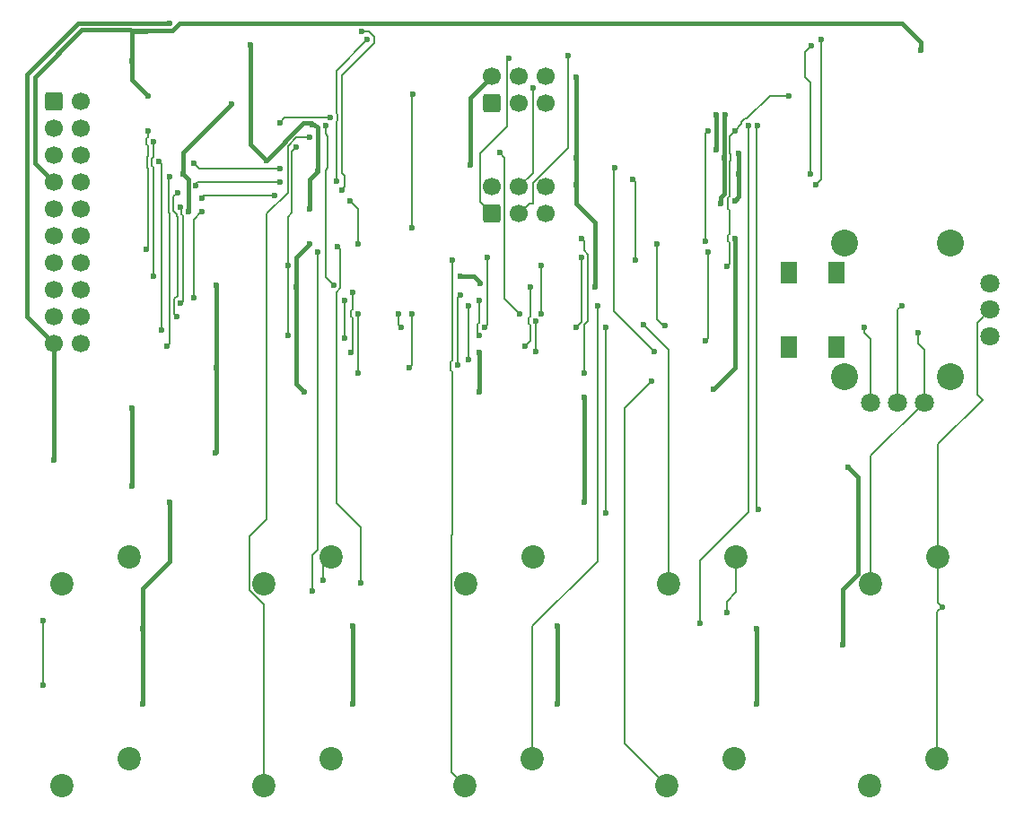
<source format=gbr>
%TF.GenerationSoftware,KiCad,Pcbnew,9.0.3*%
%TF.CreationDate,2025-08-23T18:14:46+02:00*%
%TF.ProjectId,test,74657374-2e6b-4696-9361-645f70636258,rev?*%
%TF.SameCoordinates,Original*%
%TF.FileFunction,Copper,L1,Top*%
%TF.FilePolarity,Positive*%
%FSLAX46Y46*%
G04 Gerber Fmt 4.6, Leading zero omitted, Abs format (unit mm)*
G04 Created by KiCad (PCBNEW 9.0.3) date 2025-08-23 18:14:46*
%MOMM*%
%LPD*%
G01*
G04 APERTURE LIST*
G04 Aperture macros list*
%AMRoundRect*
0 Rectangle with rounded corners*
0 $1 Rounding radius*
0 $2 $3 $4 $5 $6 $7 $8 $9 X,Y pos of 4 corners*
0 Add a 4 corners polygon primitive as box body*
4,1,4,$2,$3,$4,$5,$6,$7,$8,$9,$2,$3,0*
0 Add four circle primitives for the rounded corners*
1,1,$1+$1,$2,$3*
1,1,$1+$1,$4,$5*
1,1,$1+$1,$6,$7*
1,1,$1+$1,$8,$9*
0 Add four rect primitives between the rounded corners*
20,1,$1+$1,$2,$3,$4,$5,0*
20,1,$1+$1,$4,$5,$6,$7,0*
20,1,$1+$1,$6,$7,$8,$9,0*
20,1,$1+$1,$8,$9,$2,$3,0*%
G04 Aperture macros list end*
%TA.AperFunction,ComponentPad*%
%ADD10C,2.200000*%
%TD*%
%TA.AperFunction,ComponentPad*%
%ADD11RoundRect,0.250000X0.600000X-0.600000X0.600000X0.600000X-0.600000X0.600000X-0.600000X-0.600000X0*%
%TD*%
%TA.AperFunction,ComponentPad*%
%ADD12C,1.700000*%
%TD*%
%TA.AperFunction,ComponentPad*%
%ADD13RoundRect,0.250000X-0.600000X-0.600000X0.600000X-0.600000X0.600000X0.600000X-0.600000X0.600000X0*%
%TD*%
%TA.AperFunction,ComponentPad*%
%ADD14C,2.540000*%
%TD*%
%TA.AperFunction,ComponentPad*%
%ADD15R,1.500000X2.000000*%
%TD*%
%TA.AperFunction,ComponentPad*%
%ADD16C,1.800000*%
%TD*%
%TA.AperFunction,ViaPad*%
%ADD17C,0.600000*%
%TD*%
%TA.AperFunction,Conductor*%
%ADD18C,0.400000*%
%TD*%
%TA.AperFunction,Conductor*%
%ADD19C,0.200000*%
%TD*%
G04 APERTURE END LIST*
D10*
%TO.P,SW2,1*%
%TO.N,Row0*%
X99110800Y-153289000D03*
%TO.P,SW2,2*%
%TO.N,Col2*%
X105460800Y-150749000D03*
%TD*%
D11*
%TO.P,J2,1,MISO*%
%TO.N,Net-(J2-MISO)*%
X63495000Y-99304500D03*
D12*
%TO.P,J2,2,VCC*%
%TO.N,VCC*%
X63495000Y-96764500D03*
%TO.P,J2,3,SCK*%
%TO.N,Net-(J2-SCK)*%
X66035000Y-99304500D03*
%TO.P,J2,4,MOSI*%
%TO.N,Net-(J2-MOSI)*%
X66035000Y-96764500D03*
%TO.P,J2,5,~{RST}*%
%TO.N,Net-(J2-~{RST})*%
X68575000Y-99304500D03*
%TO.P,J2,6,GND*%
%TO.N,GND*%
X68575000Y-96764500D03*
%TD*%
D11*
%TO.P,J1,1,MISO*%
%TO.N,Net-(J1-MISO)*%
X63495000Y-88839700D03*
D12*
%TO.P,J1,2,VCC*%
%TO.N,VCC*%
X63495000Y-86299700D03*
%TO.P,J1,3,SCK*%
%TO.N,Net-(J1-SCK)*%
X66035000Y-88839700D03*
%TO.P,J1,4,MOSI*%
%TO.N,Net-(J1-MOSI)*%
X66035000Y-86299700D03*
%TO.P,J1,5,~{RST}*%
%TO.N,Net-(J1-~{RST})*%
X68575000Y-88839700D03*
%TO.P,J1,6,GND*%
%TO.N,GND*%
X68575000Y-86299700D03*
%TD*%
%TO.P,J6,11,/IRQ*%
%TO.N,unconnected-(J6-{slash}IRQ-Pad11)*%
X24638000Y-88646000D03*
%TO.P,J6,12,/RES*%
%TO.N,unconnected-(J6-{slash}RES-Pad12)*%
X24638000Y-91186000D03*
%TO.P,J6,13,C8*%
%TO.N,C8*%
X24638000Y-93726000D03*
%TO.P,J6,14,C7*%
%TO.N,C7*%
X24638000Y-96266000D03*
%TO.P,J6,15,C6*%
%TO.N,C6*%
X24638000Y-98806000D03*
%TO.P,J6,16,C5*%
%TO.N,C5*%
X24638000Y-101346000D03*
%TO.P,J6,17,C4*%
%TO.N,C4*%
X24638000Y-103886000D03*
%TO.P,J6,18,C3*%
%TO.N,C3*%
X24638000Y-106426000D03*
%TO.P,J6,19,C2*%
%TO.N,C2*%
X24638000Y-108966000D03*
%TO.P,J6,20,C1*%
%TO.N,C1*%
X24638000Y-111506000D03*
%TO.P,J6,21,GND*%
%TO.N,GND*%
X22098000Y-111506000D03*
%TO.P,J6,22,S0*%
%TO.N,S0*%
X22098000Y-108966000D03*
%TO.P,J6,23,S1*%
%TO.N,S1*%
X22098000Y-106426000D03*
%TO.P,J6,24,S2*%
%TO.N,S2*%
X22098000Y-103886000D03*
%TO.P,J6,25,S3*%
%TO.N,S3*%
X22098000Y-101346000D03*
%TO.P,J6,26,VCC5*%
%TO.N,VCC*%
X22098000Y-98806000D03*
%TO.P,J6,27,VCC33*%
%TO.N,V33*%
X22098000Y-96266000D03*
%TO.P,J6,28,SCL*%
%TO.N,Net-(J6-SCL)*%
X22098000Y-93726000D03*
%TO.P,J6,29,SCA*%
%TO.N,Net-(J6-SCA)*%
X22098000Y-91186000D03*
D13*
%TO.P,J6,30,RESTORE*%
%TO.N,unconnected-(J6-RESTORE-Pad30)*%
X22098000Y-88646000D03*
%TD*%
D10*
%TO.P,SW7,1,1*%
%TO.N,Col2*%
X41960800Y-134213600D03*
%TO.P,SW7,2,2*%
%TO.N,Row4*%
X48310800Y-131673600D03*
%TD*%
%TO.P,SW4,1,1*%
%TO.N,Col5*%
X41910000Y-153263600D03*
%TO.P,SW4,2,2*%
%TO.N,Row8*%
X48260000Y-150723600D03*
%TD*%
%TO.P,SW5,1,1*%
%TO.N,Col1*%
X60883800Y-153289000D03*
%TO.P,SW5,2,2*%
%TO.N,Row8*%
X67233800Y-150749000D03*
%TD*%
%TO.P,SW3,1,1*%
%TO.N,Col5*%
X22910800Y-153263600D03*
%TO.P,SW3,2,2*%
%TO.N,Row0*%
X29260800Y-150723600D03*
%TD*%
%TO.P,SW6,1,1*%
%TO.N,Col3*%
X22910800Y-134213600D03*
%TO.P,SW6,2,2*%
%TO.N,Row4*%
X29260800Y-131673600D03*
%TD*%
%TO.P,SW10,1*%
%TO.N,Row3*%
X99212400Y-134213600D03*
%TO.P,SW10,2*%
%TO.N,Col2*%
X105562400Y-131673600D03*
%TD*%
D14*
%TO.P,U5,1*%
%TO.N,N/C*%
X96725200Y-102041000D03*
%TO.P,U5,2*%
X106725200Y-102041000D03*
%TO.P,U5,3*%
X106725200Y-114691000D03*
%TO.P,U5,4*%
X96725200Y-114691000D03*
D15*
%TO.P,U5,5,SW1_A*%
%TO.N,unconnected-(U5C-SW1_A-Pad5)*%
X95975200Y-111866000D03*
%TO.P,U5,6,SW1_B*%
%TO.N,unconnected-(U5C-SW1_B-Pad6)*%
X95975200Y-104866000D03*
%TO.P,U5,7,SW2_A*%
%TO.N,Col4*%
X91475200Y-104866000D03*
%TO.P,U5,8,SW2_B*%
%TO.N,Row1*%
X91475200Y-111866000D03*
D16*
%TO.P,U5,9,Left*%
%TO.N,Row7*%
X110455200Y-105866000D03*
%TO.P,U5,10,LRCommon*%
%TO.N,Col2*%
X110455200Y-108366000D03*
%TO.P,U5,11,Right*%
%TO.N,Row5*%
X110455200Y-110866000D03*
%TO.P,U5,12,Up*%
%TO.N,Row3*%
X104225200Y-117096000D03*
%TO.P,U5,13,UDCommon*%
%TO.N,Col2*%
X101725200Y-117096000D03*
%TO.P,U5,14,Down*%
%TO.N,Row4*%
X99225200Y-117096000D03*
%TD*%
D10*
%TO.P,SW1,1,1*%
%TO.N,Col1*%
X86283800Y-150774400D03*
%TO.P,SW1,2,2*%
%TO.N,Row0*%
X79933800Y-153314400D03*
%TD*%
%TO.P,SW8,1,1*%
%TO.N,Col2*%
X61010800Y-134213600D03*
%TO.P,SW8,2,2*%
%TO.N,Row5*%
X67360800Y-131673600D03*
%TD*%
%TO.P,SW9,1,1*%
%TO.N,Col3*%
X86461600Y-131673600D03*
%TO.P,SW9,2,2*%
%TO.N,Row5*%
X80111600Y-134213600D03*
%TD*%
D17*
%TO.N,GND*%
X33020000Y-81280000D03*
X40640000Y-83312000D03*
%TO.N,VCC*%
X38862000Y-88900000D03*
%TO.N,V33*%
X30988000Y-88138000D03*
X29464000Y-84836000D03*
%TO.N,C4*%
X36068000Y-99123393D03*
X35306000Y-107188000D03*
%TO.N,SDA*%
X93980000Y-96520000D03*
X94488000Y-82804000D03*
X51193012Y-82079000D03*
X49276000Y-97028000D03*
%TO.N,C3*%
X34102023Y-107722949D03*
X34048000Y-98714821D03*
%TO.N,C7*%
X43434000Y-96266000D03*
X35548000Y-96604331D03*
%TO.N,S3*%
X50800000Y-108712000D03*
X50800000Y-114300000D03*
X30846000Y-102616000D03*
X30988000Y-91440000D03*
%TO.N,SCL*%
X48837184Y-96241200D03*
X93573634Y-83454000D03*
X93472000Y-95504000D03*
X51713123Y-82878825D03*
%TO.N,C8*%
X43480405Y-95036278D03*
X35352018Y-94529414D03*
%TO.N,S1*%
X68072000Y-104140000D03*
X44196000Y-110744000D03*
X44196000Y-104140000D03*
X45034208Y-92986223D03*
X68072000Y-108712000D03*
%TO.N,C2*%
X33777326Y-109020579D03*
X33782000Y-97282000D03*
%TO.N,C6*%
X36131355Y-97823393D03*
X42926000Y-97536000D03*
%TO.N,GND*%
X37426500Y-113792000D03*
X60452000Y-105156000D03*
X73152000Y-106172000D03*
X85344000Y-93980000D03*
X44958000Y-106172000D03*
X96582800Y-139954000D03*
X37338000Y-121904800D03*
X62342000Y-105881311D03*
X22098000Y-122593800D03*
X46535816Y-90873140D03*
X42164000Y-94234000D03*
X71374000Y-96520000D03*
X46990000Y-95250000D03*
X45720000Y-116078000D03*
X46228000Y-98806000D03*
X97028000Y-123190000D03*
X85432003Y-89916000D03*
X71374000Y-86360000D03*
X71374000Y-93980000D03*
X46228000Y-102108000D03*
X37426500Y-106045000D03*
X85060000Y-98307390D03*
%TO.N,S2*%
X31496000Y-105156000D03*
X31496000Y-92456000D03*
X67564000Y-112268000D03*
X67575125Y-109401651D03*
%TO.N,VCC*%
X88392000Y-145542000D03*
X29464000Y-124968000D03*
X30480000Y-145542000D03*
X84328000Y-115824000D03*
X86741000Y-95504000D03*
X62266689Y-112396800D03*
X86741000Y-93599000D03*
X69596000Y-145542000D03*
X29464000Y-117602000D03*
X61421700Y-94691200D03*
X86360000Y-101600000D03*
X84582000Y-89916000D03*
X30480000Y-138430000D03*
X34290000Y-95504000D03*
X33020000Y-126492000D03*
X50292000Y-145542000D03*
X72136000Y-116586000D03*
X84582000Y-93218000D03*
X72136000Y-126492000D03*
X69596000Y-138176000D03*
X86360000Y-98044000D03*
X50292000Y-138176000D03*
X88392000Y-138430000D03*
X34798000Y-99060000D03*
X62230000Y-116078000D03*
%TO.N,C1*%
X32766000Y-111760000D03*
X33020000Y-95758000D03*
%TO.N,S0*%
X32258000Y-110236000D03*
X66548000Y-111760000D03*
X32004000Y-94346000D03*
X67056000Y-106172000D03*
%TO.N,Net-(SW6B-DIN)*%
X88480003Y-90932000D03*
X88607652Y-127242000D03*
%TO.N,Net-(J2-~{RST})*%
X83566000Y-101854000D03*
X83820000Y-91440000D03*
%TO.N,Net-(J2-MISO)*%
X65024000Y-84582000D03*
%TO.N,Net-(J2-MOSI)*%
X67310000Y-87376000D03*
%TO.N,Net-(J2-SCK)*%
X70612000Y-84328000D03*
%TO.N,V33*%
X103886000Y-83820000D03*
%TO.N,Net-(U2-PC2)*%
X50800000Y-102108000D03*
X83820000Y-102870000D03*
X50038000Y-98044000D03*
X83566000Y-111252000D03*
%TO.N,Col5*%
X46240000Y-92070693D03*
%TO.N,Net-(U2-PD0)*%
X55880000Y-100584000D03*
X55982014Y-88026000D03*
X71882000Y-101600000D03*
X72136000Y-114300000D03*
%TO.N,CLK16M*%
X91440000Y-88138000D03*
X86360000Y-91440000D03*
X85610000Y-104282000D03*
X48514000Y-106045000D03*
X47752000Y-90932000D03*
%TO.N,Col2*%
X48910000Y-102362000D03*
X51054000Y-134112000D03*
X105918000Y-136398000D03*
X102108000Y-107950000D03*
%TO.N,Net-(U2-PB4)*%
X48253939Y-90223140D03*
X43434000Y-90678000D03*
%TO.N,Col3*%
X46482000Y-134874000D03*
X46990000Y-102870000D03*
X85598000Y-136906000D03*
%TO.N,Net-(U2-PD1)*%
X78740000Y-112268000D03*
X75012209Y-94963500D03*
%TO.N,Net-(U2-PC3)*%
X79792689Y-109856800D03*
X78994000Y-102108000D03*
%TO.N,Col4*%
X76708000Y-96012000D03*
X76962000Y-103632000D03*
%TO.N,Col1*%
X59690000Y-103632000D03*
%TO.N,Net-(U2-PD2)*%
X64183380Y-93550620D03*
X66040000Y-108712000D03*
%TO.N,Net-(U3-A3)*%
X61214000Y-107950000D03*
X61214000Y-113030000D03*
%TO.N,Net-(U3-A0)*%
X60198000Y-113538000D03*
X60452000Y-106934000D03*
%TO.N,Net-(U3-A2)*%
X62230000Y-110744000D03*
X62230000Y-107442000D03*
%TO.N,Net-(U3-A1)*%
X62738000Y-109982000D03*
X71882000Y-103378000D03*
X71374000Y-109982000D03*
X62992000Y-103378000D03*
%TO.N,Net-(U4-D2)*%
X54864000Y-109982000D03*
X54610000Y-108712000D03*
%TO.N,Net-(U4-D3)*%
X55626000Y-113792000D03*
X55880000Y-108712000D03*
%TO.N,Net-(U4-D1)*%
X49530000Y-107442000D03*
X49530000Y-110998000D03*
%TO.N,Net-(U4-D0)*%
X50150000Y-112376000D03*
X50292000Y-106680000D03*
%TO.N,Row3*%
X103632000Y-110490000D03*
%TO.N,Row4*%
X74168000Y-127508000D03*
X98552000Y-109982000D03*
X47498000Y-133858000D03*
X74168000Y-109982000D03*
%TO.N,Row5*%
X77724000Y-109728000D03*
%TO.N,Row8*%
X73406000Y-107950000D03*
%TO.N,Row0*%
X78486000Y-115062000D03*
%TO.N,Net-(SW3B-DIN)*%
X21082000Y-137668000D03*
X83058000Y-137922000D03*
X87630000Y-90932000D03*
X21082000Y-143764000D03*
%TD*%
D18*
%TO.N,GND*%
X22098000Y-111506000D02*
X19558000Y-108966000D01*
X19558000Y-108966000D02*
X19558000Y-86106000D01*
X19558000Y-86106000D02*
X24384000Y-81280000D01*
X24384000Y-81280000D02*
X33020000Y-81280000D01*
%TO.N,V33*%
X29464000Y-84836000D02*
X29464000Y-82042000D01*
X29464000Y-82042000D02*
X29476000Y-82030000D01*
X29476000Y-82030000D02*
X30832528Y-82030000D01*
X22098000Y-96266000D02*
X20320000Y-94488000D01*
X20320000Y-94488000D02*
X20320000Y-86360000D01*
X20320000Y-86360000D02*
X24798000Y-81882000D01*
X24798000Y-81882000D02*
X29304000Y-81882000D01*
X29304000Y-81882000D02*
X29464000Y-82042000D01*
X29464000Y-82042000D02*
X30820528Y-82042000D01*
X30820528Y-82042000D02*
X30832528Y-82030000D01*
X30832528Y-82030000D02*
X33330661Y-82030000D01*
X103886000Y-83058000D02*
X103886000Y-83820000D01*
X34031661Y-81329000D02*
X102157000Y-81329000D01*
X102157000Y-81329000D02*
X103886000Y-83058000D01*
X33330661Y-82030000D02*
X34031661Y-81329000D01*
%TO.N,GND*%
X40640000Y-92710000D02*
X42164000Y-94234000D01*
X40640000Y-83312000D02*
X40640000Y-92710000D01*
%TO.N,VCC*%
X38862000Y-88900000D02*
X34290000Y-93472000D01*
X34290000Y-93472000D02*
X34290000Y-95504000D01*
%TO.N,V33*%
X29464000Y-86614000D02*
X29464000Y-84836000D01*
X30988000Y-88138000D02*
X29464000Y-86614000D01*
D19*
%TO.N,C4*%
X35306000Y-107188000D02*
X35306000Y-99822000D01*
X36004607Y-99123393D02*
X36068000Y-99123393D01*
X35306000Y-99822000D02*
X36004607Y-99123393D01*
%TO.N,SDA*%
X49276000Y-97028000D02*
X49560000Y-96744000D01*
X94488000Y-96012000D02*
X93980000Y-96520000D01*
X49560000Y-95742761D02*
X49276000Y-95458761D01*
X49276000Y-90686004D02*
X49303939Y-90658064D01*
X49303939Y-89788215D02*
X49276000Y-89760277D01*
X52363123Y-82609586D02*
X51832537Y-82079000D01*
X49276000Y-86235187D02*
X52363123Y-83148064D01*
X51832537Y-82079000D02*
X51193012Y-82079000D01*
X49276000Y-95458761D02*
X49276000Y-90686004D01*
X94488000Y-82804000D02*
X94488000Y-96012000D01*
X52363123Y-83148064D02*
X52363123Y-82609586D01*
X49560000Y-96744000D02*
X49560000Y-95742761D01*
X49276000Y-89760277D02*
X49276000Y-86235187D01*
X49303939Y-90658064D02*
X49303939Y-89788215D01*
%TO.N,C3*%
X34112946Y-107722949D02*
X34290000Y-107545895D01*
X34102023Y-107722949D02*
X34112946Y-107722949D01*
X34290000Y-99471239D02*
X34148000Y-99329239D01*
X34148000Y-99329239D02*
X34148000Y-98814821D01*
X34290000Y-107545895D02*
X34290000Y-99471239D01*
X34148000Y-98814821D02*
X34048000Y-98714821D01*
%TO.N,C7*%
X35548000Y-96434622D02*
X35548000Y-96604331D01*
X43434000Y-96266000D02*
X35716622Y-96266000D01*
X35716622Y-96266000D02*
X35548000Y-96434622D01*
%TO.N,S3*%
X50800000Y-108712000D02*
X50800000Y-114300000D01*
X30954000Y-94922925D02*
X30988000Y-94956924D01*
X30988000Y-93877075D02*
X30954000Y-93911076D01*
X30846000Y-92186761D02*
X30846000Y-92725239D01*
X30988000Y-94956924D02*
X30988000Y-102474000D01*
X30846000Y-92725239D02*
X30988000Y-92867239D01*
X30988000Y-92044761D02*
X30846000Y-92186761D01*
X30988000Y-91440000D02*
X30988000Y-92044761D01*
X30988000Y-92867239D02*
X30988000Y-93877075D01*
X30954000Y-93911076D02*
X30954000Y-94922925D01*
X30988000Y-102474000D02*
X30846000Y-102616000D01*
%TO.N,SCL*%
X93472000Y-86868000D02*
X92964000Y-86360000D01*
X48768000Y-96172016D02*
X48768000Y-90628318D01*
X48837184Y-96241200D02*
X48768000Y-96172016D01*
X92964000Y-84063634D02*
X93573634Y-83454000D01*
X48903939Y-90492379D02*
X48903939Y-89953901D01*
X48768000Y-85823948D02*
X51713123Y-82878825D01*
X92964000Y-86360000D02*
X92964000Y-84063634D01*
X93472000Y-95504000D02*
X93472000Y-86868000D01*
X48768000Y-89817962D02*
X48768000Y-85823948D01*
X48903939Y-89953901D02*
X48768000Y-89817962D01*
X48768000Y-90628318D02*
X48903939Y-90492379D01*
%TO.N,C8*%
X35352018Y-94529414D02*
X35818604Y-94996000D01*
X35818604Y-94996000D02*
X43440127Y-94996000D01*
X43440127Y-94996000D02*
X43480405Y-95036278D01*
%TO.N,S1*%
X44196000Y-99625686D02*
X44596000Y-99225686D01*
X44196000Y-110744000D02*
X44196000Y-104140000D01*
X68072000Y-108712000D02*
X68072000Y-104140000D01*
X44196000Y-104140000D02*
X44196000Y-99625686D01*
X44596000Y-93424431D02*
X45034208Y-92986223D01*
X44596000Y-99225686D02*
X44596000Y-93424431D01*
%TO.N,C2*%
X33748000Y-99494925D02*
X33782000Y-99528925D01*
X33748000Y-99330821D02*
X33748000Y-99494925D01*
X33398000Y-97666000D02*
X33398000Y-98980821D01*
X33398000Y-98980821D02*
X33748000Y-99330821D01*
X33782000Y-97282000D02*
X33398000Y-97666000D01*
X33498048Y-107314713D02*
X33498048Y-108741301D01*
X33782000Y-107030761D02*
X33498048Y-107314713D01*
X33498048Y-108741301D02*
X33777326Y-109020579D01*
X33782000Y-99528925D02*
X33782000Y-107030761D01*
%TO.N,C6*%
X36131355Y-97629884D02*
X36131355Y-97823393D01*
X36225239Y-97536000D02*
X36131355Y-97629884D01*
X42926000Y-97536000D02*
X36225239Y-97536000D01*
D18*
%TO.N,GND*%
X61722000Y-105156000D02*
X62342000Y-105776000D01*
X46731611Y-90873140D02*
X46535816Y-90873140D01*
X71374000Y-93980000D02*
X71374000Y-96520000D01*
X46990000Y-95250000D02*
X46990000Y-91131529D01*
X44958000Y-106172000D02*
X44958000Y-103378000D01*
X45655506Y-90742494D02*
X46405170Y-90742494D01*
X85344000Y-93980000D02*
X85344000Y-90004003D01*
X46405170Y-90742494D02*
X46535816Y-90873140D01*
X71374000Y-98298000D02*
X73152000Y-100076000D01*
X60452000Y-105156000D02*
X61722000Y-105156000D01*
X37426500Y-121816300D02*
X37338000Y-121904800D01*
X97028000Y-123190000D02*
X97973400Y-124135400D01*
X37426500Y-106045000D02*
X37426500Y-113792000D01*
X37426500Y-113792000D02*
X37426500Y-121816300D01*
X62342000Y-105776000D02*
X62342000Y-105881311D01*
X71374000Y-96520000D02*
X71374000Y-98298000D01*
X73152000Y-100076000D02*
X73152000Y-106172000D01*
X97973400Y-133329865D02*
X96582800Y-134720465D01*
X22098000Y-111506000D02*
X22098000Y-122593800D01*
X85344000Y-93980000D02*
X85344000Y-97433655D01*
X46990000Y-91131529D02*
X46731611Y-90873140D01*
X85344000Y-90004003D02*
X85432003Y-89916000D01*
X85344000Y-97433655D02*
X85060000Y-97717655D01*
X46228000Y-96012000D02*
X46990000Y-95250000D01*
X46228000Y-98806000D02*
X46228000Y-96012000D01*
X44958000Y-115316000D02*
X44958000Y-106172000D01*
X97973400Y-124135400D02*
X97973400Y-133329865D01*
X45720000Y-116078000D02*
X44958000Y-115316000D01*
X96582800Y-134720465D02*
X96582800Y-139954000D01*
X85060000Y-97717655D02*
X85060000Y-98307390D01*
X71374000Y-86360000D02*
X71374000Y-93980000D01*
X42164000Y-94234000D02*
X45655506Y-90742494D01*
X44958000Y-103378000D02*
X46228000Y-102108000D01*
D19*
%TO.N,S2*%
X31496000Y-92456000D02*
X31496000Y-93934761D01*
X31354000Y-94076761D02*
X31354000Y-94757239D01*
X67564000Y-109412776D02*
X67575125Y-109401651D01*
X31496000Y-94899239D02*
X31496000Y-105156000D01*
X31354000Y-94757239D02*
X31496000Y-94899239D01*
X31496000Y-93934761D02*
X31354000Y-94076761D01*
X67564000Y-112268000D02*
X67564000Y-109412776D01*
D18*
%TO.N,VCC*%
X30480000Y-134620000D02*
X33020000Y-132080000D01*
X88392000Y-138430000D02*
X88392000Y-145542000D01*
X50292000Y-138176000D02*
X50292000Y-145542000D01*
X30480000Y-138430000D02*
X30480000Y-145542000D01*
X33020000Y-132080000D02*
X33020000Y-126492000D01*
X62230000Y-116078000D02*
X62230000Y-112433489D01*
X84582000Y-93218000D02*
X84582000Y-89916000D01*
X86360000Y-113792000D02*
X84328000Y-115824000D01*
X34798000Y-96012000D02*
X34798000Y-99060000D01*
X86360000Y-98044000D02*
X86741000Y-97663000D01*
X72136000Y-116586000D02*
X72136000Y-126492000D01*
X86741000Y-97663000D02*
X86741000Y-95504000D01*
X86741000Y-95504000D02*
X86741000Y-93599000D01*
X29464000Y-124968000D02*
X29464000Y-117602000D01*
X69596000Y-138176000D02*
X69596000Y-145542000D01*
X86360000Y-101600000D02*
X86360000Y-113792000D01*
X30480000Y-138430000D02*
X30480000Y-134620000D01*
X63495000Y-86299700D02*
X61421700Y-88373000D01*
X62230000Y-112433489D02*
X62266689Y-112396800D01*
X61421700Y-88373000D02*
X61421700Y-94691200D01*
X34290000Y-95504000D02*
X34798000Y-96012000D01*
D19*
%TO.N,C1*%
X33020000Y-99171745D02*
X33020000Y-111506000D01*
X32998000Y-99149746D02*
X33020000Y-99171745D01*
X33020000Y-95758000D02*
X32998000Y-95780000D01*
X33020000Y-111506000D02*
X32766000Y-111760000D01*
X32998000Y-95780000D02*
X32998000Y-99149746D01*
%TO.N,S0*%
X67056000Y-109001537D02*
X67056000Y-106172000D01*
X66925125Y-109670890D02*
X66925125Y-109132412D01*
X66548000Y-111760000D02*
X67056000Y-111252000D01*
X67056000Y-109801765D02*
X66925125Y-109670890D01*
X66925125Y-109132412D02*
X67056000Y-109001537D01*
X32258000Y-94600000D02*
X32004000Y-94346000D01*
X67056000Y-111252000D02*
X67056000Y-109801765D01*
X32258000Y-110236000D02*
X32258000Y-94600000D01*
%TO.N,Net-(SW6B-DIN)*%
X88392000Y-127026348D02*
X88392000Y-91020003D01*
X88392000Y-91020003D02*
X88480003Y-90932000D01*
X88607652Y-127242000D02*
X88392000Y-127026348D01*
%TO.N,Net-(J2-~{RST})*%
X83566000Y-101854000D02*
X83566000Y-91694000D01*
X83566000Y-91694000D02*
X83820000Y-91440000D01*
%TO.N,Net-(J2-MISO)*%
X65024000Y-84582000D02*
X64884000Y-84722000D01*
X64884000Y-91072000D02*
X62344000Y-93612000D01*
X64884000Y-84722000D02*
X64884000Y-91072000D01*
X62344000Y-98153500D02*
X63495000Y-99304500D01*
X62344000Y-93612000D02*
X62344000Y-98153500D01*
%TO.N,Net-(J2-MOSI)*%
X67310000Y-95489500D02*
X66035000Y-96764500D01*
X67310000Y-87376000D02*
X67310000Y-95489500D01*
%TO.N,Net-(J2-SCK)*%
X70612000Y-84328000D02*
X70612000Y-93099740D01*
X67041500Y-98298000D02*
X66035000Y-99304500D01*
X67310000Y-98298000D02*
X67041500Y-98298000D01*
X67310000Y-96401740D02*
X67310000Y-98298000D01*
X70612000Y-93099740D02*
X67310000Y-96401740D01*
%TO.N,Net-(U2-PC2)*%
X83566000Y-111252000D02*
X83820000Y-110998000D01*
X50800000Y-102108000D02*
X50800000Y-98806000D01*
X83820000Y-110998000D02*
X83820000Y-102870000D01*
X50800000Y-98806000D02*
X50038000Y-98044000D01*
%TO.N,Col5*%
X40559800Y-129749784D02*
X42209000Y-128100584D01*
X41910000Y-153263600D02*
X41910000Y-136144114D01*
X44196000Y-97282000D02*
X44196000Y-92909106D01*
X41910000Y-136144114D02*
X40559800Y-134793914D01*
X44196000Y-92909106D02*
X45034413Y-92070693D01*
X42209000Y-128100584D02*
X42209000Y-99269000D01*
X40559800Y-134793914D02*
X40559800Y-129749784D01*
X42209000Y-99269000D02*
X44196000Y-97282000D01*
X45034413Y-92070693D02*
X46240000Y-92070693D01*
%TO.N,Net-(U2-PD0)*%
X55880000Y-88128014D02*
X55982014Y-88026000D01*
X72136000Y-101854000D02*
X71882000Y-101600000D01*
X72532000Y-109389685D02*
X72532000Y-103124000D01*
X72136000Y-109785685D02*
X72532000Y-109389685D01*
X72532000Y-103124000D02*
X72136000Y-102728000D01*
X72136000Y-114300000D02*
X72136000Y-109785685D01*
X55880000Y-100584000D02*
X55880000Y-88128014D01*
X72136000Y-102728000D02*
X72136000Y-101854000D01*
%TO.N,CLK16M*%
X87518000Y-90282000D02*
X89662000Y-88138000D01*
X85852000Y-91948000D02*
X85852000Y-93568761D01*
X85852000Y-97632761D02*
X85710000Y-97774761D01*
X86360000Y-91440000D02*
X85852000Y-91948000D01*
X86980000Y-90662761D02*
X87360761Y-90282000D01*
X85994000Y-94249239D02*
X85852000Y-94391239D01*
X85710000Y-98821239D02*
X85852000Y-98963239D01*
X85852000Y-102011239D02*
X85852000Y-104040000D01*
X86360000Y-91440000D02*
X86980000Y-90820000D01*
X85852000Y-94391239D02*
X85852000Y-97632761D01*
X85852000Y-104040000D02*
X85610000Y-104282000D01*
X47752000Y-95195106D02*
X47752000Y-105283000D01*
X47752000Y-91748893D02*
X47998000Y-91994893D01*
X47752000Y-90932000D02*
X47752000Y-91748893D01*
X85852000Y-101188761D02*
X85710000Y-101330761D01*
X85710000Y-101330761D02*
X85710000Y-101869239D01*
X85852000Y-93568761D02*
X85994000Y-93710761D01*
X85852000Y-98963239D02*
X85852000Y-101188761D01*
X85994000Y-93710761D02*
X85994000Y-94249239D01*
X85710000Y-97774761D02*
X85710000Y-98821239D01*
X47998000Y-91994893D02*
X47998000Y-94949107D01*
X87360761Y-90282000D02*
X87518000Y-90282000D01*
X86980000Y-90820000D02*
X86980000Y-90662761D01*
X89662000Y-88138000D02*
X91440000Y-88138000D01*
X47998000Y-94949107D02*
X47752000Y-95195106D01*
X47752000Y-105283000D02*
X48514000Y-106045000D01*
X85710000Y-101869239D02*
X85852000Y-102011239D01*
%TO.N,Col2*%
X105562400Y-136042400D02*
X105562400Y-131673600D01*
X105460800Y-136855200D02*
X105918000Y-136398000D01*
X48768000Y-106710239D02*
X49164000Y-106314239D01*
X105562400Y-121005600D02*
X109728000Y-116840000D01*
X49164000Y-102616000D02*
X48910000Y-102362000D01*
X51054000Y-128908330D02*
X48768000Y-126622330D01*
X109254200Y-116366200D02*
X109254200Y-109567000D01*
X105562400Y-131673600D02*
X105562400Y-121005600D01*
X49164000Y-106314239D02*
X49164000Y-102616000D01*
X109254200Y-109567000D02*
X110455200Y-108366000D01*
X51054000Y-134112000D02*
X51054000Y-128908330D01*
X101725200Y-108332800D02*
X102108000Y-107950000D01*
X101725200Y-117096000D02*
X101725200Y-108332800D01*
X48768000Y-126622330D02*
X48768000Y-106710239D01*
X105460800Y-150749000D02*
X105460800Y-136855200D01*
X109728000Y-116840000D02*
X109254200Y-116366200D01*
X105918000Y-136398000D02*
X105562400Y-136042400D01*
%TO.N,Net-(U2-PB4)*%
X43888860Y-90223140D02*
X48253939Y-90223140D01*
X43434000Y-90678000D02*
X43888860Y-90223140D01*
%TO.N,Col3*%
X85598000Y-136906000D02*
X85598000Y-135890000D01*
X46990000Y-131013086D02*
X46482000Y-131521086D01*
X46482000Y-131521086D02*
X46482000Y-134874000D01*
X46990000Y-102870000D02*
X46990000Y-131013086D01*
X86461600Y-135026400D02*
X86461600Y-131673600D01*
X85598000Y-135890000D02*
X86461600Y-135026400D01*
%TO.N,Net-(U2-PD1)*%
X74930000Y-108458000D02*
X74930000Y-95045709D01*
X74930000Y-95045709D02*
X75012209Y-94963500D01*
X78740000Y-112268000D02*
X74930000Y-108458000D01*
%TO.N,Net-(U2-PC3)*%
X79630800Y-109856800D02*
X79792689Y-109856800D01*
X78994000Y-102108000D02*
X78994000Y-109220000D01*
X78994000Y-109220000D02*
X79630800Y-109856800D01*
%TO.N,Col4*%
X76962000Y-96266000D02*
X76962000Y-103632000D01*
X76708000Y-96012000D02*
X76962000Y-96266000D01*
%TO.N,Col1*%
X59690000Y-113126761D02*
X59690000Y-103632000D01*
X59609800Y-129693070D02*
X59690000Y-129612870D01*
X59548000Y-113268761D02*
X59690000Y-113126761D01*
X59690000Y-114203239D02*
X59548000Y-114061239D01*
X59609800Y-152015000D02*
X59609800Y-129693070D01*
X59548000Y-114061239D02*
X59548000Y-113268761D01*
X59690000Y-129612870D02*
X59690000Y-114203239D01*
X60883800Y-153289000D02*
X59609800Y-152015000D01*
%TO.N,Net-(U2-PD2)*%
X64646000Y-107318000D02*
X64646000Y-94013240D01*
X66040000Y-108712000D02*
X64646000Y-107318000D01*
X64646000Y-94013240D02*
X64183380Y-93550620D01*
%TO.N,Net-(U3-A3)*%
X61214000Y-107950000D02*
X61214000Y-113030000D01*
%TO.N,Net-(U3-A0)*%
X60198000Y-113538000D02*
X60198000Y-107188000D01*
X60198000Y-107188000D02*
X60452000Y-106934000D01*
%TO.N,Net-(U3-A2)*%
X62088000Y-109712761D02*
X62088000Y-110602000D01*
X62088000Y-110602000D02*
X62230000Y-110744000D01*
X62230000Y-107442000D02*
X62230000Y-109570761D01*
X62230000Y-109570761D02*
X62088000Y-109712761D01*
%TO.N,Net-(U3-A1)*%
X62738000Y-109982000D02*
X62992000Y-109728000D01*
X71882000Y-109474000D02*
X71374000Y-109982000D01*
X71882000Y-103378000D02*
X71882000Y-109474000D01*
X62992000Y-109728000D02*
X62992000Y-103378000D01*
%TO.N,Net-(U4-D2)*%
X54610000Y-109728000D02*
X54864000Y-109982000D01*
X54610000Y-108712000D02*
X54610000Y-109728000D01*
%TO.N,Net-(U4-D3)*%
X55880000Y-113538000D02*
X55880000Y-108712000D01*
X55626000Y-113792000D02*
X55880000Y-113538000D01*
%TO.N,Net-(U4-D1)*%
X49530000Y-107442000D02*
X49530000Y-110998000D01*
%TO.N,Net-(U4-D0)*%
X50150000Y-108981239D02*
X50292000Y-109123239D01*
X50292000Y-112234000D02*
X50150000Y-112376000D01*
X50292000Y-109123239D02*
X50292000Y-112234000D01*
X50292000Y-106680000D02*
X50292000Y-108300761D01*
X50150000Y-108442761D02*
X50150000Y-108981239D01*
X50292000Y-108300761D02*
X50150000Y-108442761D01*
%TO.N,Row3*%
X103632000Y-111506000D02*
X104225200Y-112099200D01*
X104225200Y-112099200D02*
X104225200Y-117096000D01*
X103632000Y-110490000D02*
X103632000Y-111506000D01*
X99212400Y-134213600D02*
X99212400Y-122108800D01*
X99212400Y-122108800D02*
X104225200Y-117096000D01*
%TO.N,Row4*%
X98552000Y-110490000D02*
X99225200Y-111163200D01*
X47498000Y-132486400D02*
X48310800Y-131673600D01*
X47498000Y-133858000D02*
X47498000Y-132486400D01*
X99225200Y-111163200D02*
X99225200Y-117096000D01*
X74168000Y-127508000D02*
X74168000Y-109982000D01*
X98552000Y-109982000D02*
X98552000Y-110490000D01*
%TO.N,Row5*%
X80111600Y-112115600D02*
X80111600Y-134213600D01*
X77724000Y-109728000D02*
X80111600Y-112115600D01*
%TO.N,Row8*%
X73406000Y-132080000D02*
X73406000Y-107950000D01*
X67233800Y-150749000D02*
X67233800Y-138252200D01*
X73152000Y-132334000D02*
X73406000Y-132080000D01*
X67233800Y-138252200D02*
X73152000Y-132334000D01*
%TO.N,Row0*%
X75946000Y-117602000D02*
X78486000Y-115062000D01*
X75946000Y-149326600D02*
X75946000Y-117602000D01*
X79933800Y-153314400D02*
X75946000Y-149326600D01*
%TO.N,Net-(SW3B-DIN)*%
X21082000Y-137668000D02*
X21082000Y-143764000D01*
X87630000Y-127480016D02*
X83058000Y-132052016D01*
X83058000Y-132052016D02*
X83058000Y-137922000D01*
X87630000Y-90932000D02*
X87630000Y-127480016D01*
%TD*%
M02*

</source>
